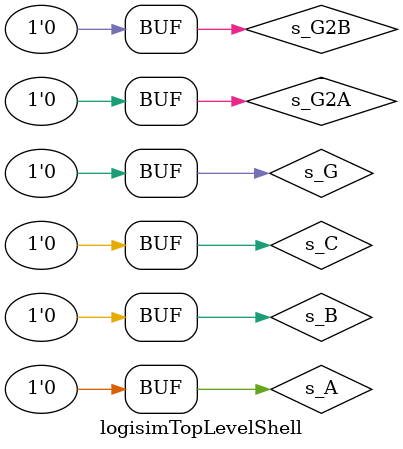
<source format=v>
/******************************************************************************
 ** Logisim-evolution goes FPGA automatic generated Verilog code             **
 ** https://github.com/logisim-evolution/                                    **
 **                                                                          **
 ** Component : logisimTopLevelShell                                         **
 **                                                                          **
 *****************************************************************************/

module logisimTopLevelShell(  );

   /*******************************************************************************
   ** The wires are defined here                                                 **
   *******************************************************************************/
   wire       s_A;
   wire       s_B;
   wire       s_C;
   wire       s_G;
   wire       s_G2A;
   wire       s_G2B;
   wire [7:0] s_Y;

   /*******************************************************************************
   ** The module functionality is described here                                 **
   *******************************************************************************/

   /*******************************************************************************
   ** All signal adaptations are performed here                                  **
   *******************************************************************************/
   assign s_A   = 1'b0;
   assign s_B   = 1'b0;
   assign s_C   = 1'b0;
   assign s_G   = 1'b0;
   assign s_G2A = 1'b0;
   assign s_G2B = 1'b0;

   /*******************************************************************************
   ** The toplevel component is connected here                                   **
   *******************************************************************************/
   D_74LS138   CIRCUIT_0 (.A(s_A),
                          .B(s_B),
                          .C(s_C),
                          .G(s_G),
                          .G2A(s_G2A),
                          .G2B(s_G2B),
                          .Y(s_Y));
endmodule

</source>
